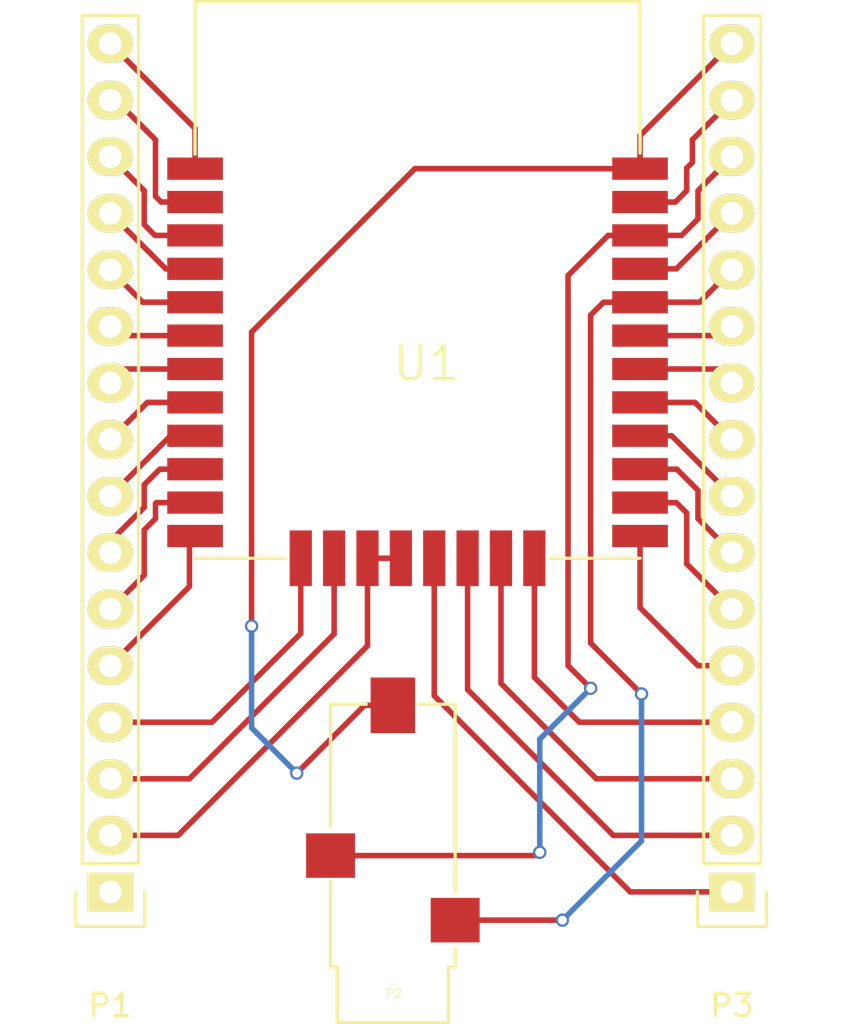
<source format=kicad_pcb>
(kicad_pcb (version 4) (host pcbnew no-vcs-found-product)

  (general
    (links 35)
    (no_connects 0)
    (area 139.671667 78.864999 177.828334 131.805)
    (thickness 1.6)
    (drawings 0)
    (tracks 126)
    (zones 0)
    (modules 4)
    (nets 33)
  )

  (page A4)
  (layers
    (0 F.Cu signal)
    (31 B.Cu signal)
    (32 B.Adhes user)
    (33 F.Adhes user)
    (34 B.Paste user)
    (35 F.Paste user)
    (36 B.SilkS user)
    (37 F.SilkS user)
    (38 B.Mask user)
    (39 F.Mask user)
    (40 Dwgs.User user)
    (41 Cmts.User user)
    (42 Eco1.User user)
    (43 Eco2.User user)
    (44 Edge.Cuts user)
    (45 Margin user)
    (46 B.CrtYd user)
    (47 F.CrtYd user)
    (48 B.Fab user)
    (49 F.Fab user)
  )

  (setup
    (last_trace_width 0.25)
    (trace_clearance 0.2)
    (zone_clearance 0.508)
    (zone_45_only no)
    (trace_min 0.2)
    (segment_width 0.2)
    (edge_width 0.1)
    (via_size 0.6)
    (via_drill 0.4)
    (via_min_size 0.4)
    (via_min_drill 0.3)
    (uvia_size 0.3)
    (uvia_drill 0.1)
    (uvias_allowed no)
    (uvia_min_size 0.2)
    (uvia_min_drill 0.1)
    (pcb_text_width 0.3)
    (pcb_text_size 1.5 1.5)
    (mod_edge_width 0.15)
    (mod_text_size 1 1)
    (mod_text_width 0.15)
    (pad_size 1.5 1.5)
    (pad_drill 0.6)
    (pad_to_mask_clearance 0)
    (aux_axis_origin 0 0)
    (visible_elements FFFFFF7F)
    (pcbplotparams
      (layerselection 0x00030_80000001)
      (usegerberextensions false)
      (excludeedgelayer true)
      (linewidth 0.600000)
      (plotframeref false)
      (viasonmask false)
      (mode 1)
      (useauxorigin false)
      (hpglpennumber 1)
      (hpglpenspeed 20)
      (hpglpendiameter 15)
      (hpglpenoverlay 2)
      (psnegative false)
      (psa4output false)
      (plotreference true)
      (plotvalue true)
      (plotinvisibletext false)
      (padsonsilk false)
      (subtractmaskfromsilk false)
      (outputformat 1)
      (mirror false)
      (drillshape 1)
      (scaleselection 1)
      (outputdirectory ""))
  )

  (net 0 "")
  (net 1 "Net-(P1-Pad1)")
  (net 2 "Net-(P1-Pad2)")
  (net 3 "Net-(P1-Pad3)")
  (net 4 "Net-(P1-Pad4)")
  (net 5 "Net-(P1-Pad5)")
  (net 6 "Net-(P1-Pad6)")
  (net 7 "Net-(P1-Pad7)")
  (net 8 "Net-(P1-Pad8)")
  (net 9 "Net-(P1-Pad9)")
  (net 10 "Net-(P1-Pad10)")
  (net 11 "Net-(P1-Pad11)")
  (net 12 "Net-(P1-Pad12)")
  (net 13 "Net-(P1-Pad13)")
  (net 14 "Net-(P1-Pad14)")
  (net 15 "Net-(P1-Pad15)")
  (net 16 "Net-(P1-Pad16)")
  (net 17 "Net-(P2-Pad5)")
  (net 18 "Net-(P2-Pad2)")
  (net 19 "Net-(P2-Pad1)")
  (net 20 "Net-(P3-Pad1)")
  (net 21 "Net-(P3-Pad2)")
  (net 22 "Net-(P3-Pad3)")
  (net 23 "Net-(P3-Pad4)")
  (net 24 "Net-(P3-Pad5)")
  (net 25 "Net-(P3-Pad6)")
  (net 26 "Net-(P3-Pad7)")
  (net 27 "Net-(P3-Pad8)")
  (net 28 "Net-(P3-Pad9)")
  (net 29 "Net-(P3-Pad10)")
  (net 30 "Net-(P3-Pad11)")
  (net 31 "Net-(P3-Pad13)")
  (net 32 "Net-(P3-Pad15)")

  (net_class Default "This is the default net class."
    (clearance 0.2)
    (trace_width 0.25)
    (via_dia 0.6)
    (via_drill 0.4)
    (uvia_dia 0.3)
    (uvia_drill 0.1)
    (add_net "Net-(P1-Pad1)")
    (add_net "Net-(P1-Pad10)")
    (add_net "Net-(P1-Pad11)")
    (add_net "Net-(P1-Pad12)")
    (add_net "Net-(P1-Pad13)")
    (add_net "Net-(P1-Pad14)")
    (add_net "Net-(P1-Pad15)")
    (add_net "Net-(P1-Pad16)")
    (add_net "Net-(P1-Pad2)")
    (add_net "Net-(P1-Pad3)")
    (add_net "Net-(P1-Pad4)")
    (add_net "Net-(P1-Pad5)")
    (add_net "Net-(P1-Pad6)")
    (add_net "Net-(P1-Pad7)")
    (add_net "Net-(P1-Pad8)")
    (add_net "Net-(P1-Pad9)")
    (add_net "Net-(P2-Pad1)")
    (add_net "Net-(P2-Pad2)")
    (add_net "Net-(P2-Pad5)")
    (add_net "Net-(P3-Pad1)")
    (add_net "Net-(P3-Pad10)")
    (add_net "Net-(P3-Pad11)")
    (add_net "Net-(P3-Pad13)")
    (add_net "Net-(P3-Pad15)")
    (add_net "Net-(P3-Pad2)")
    (add_net "Net-(P3-Pad3)")
    (add_net "Net-(P3-Pad4)")
    (add_net "Net-(P3-Pad5)")
    (add_net "Net-(P3-Pad6)")
    (add_net "Net-(P3-Pad7)")
    (add_net "Net-(P3-Pad8)")
    (add_net "Net-(P3-Pad9)")
  )

  (module Pin_Headers:Pin_Header_Straight_1x16 (layer F.Cu) (tedit 0) (tstamp 55EC7A15)
    (at 144.78 125.73 180)
    (descr "Through hole pin header")
    (tags "pin header")
    (path /55EC634B)
    (fp_text reference P1 (at 0 -5.1 180) (layer F.SilkS)
      (effects (font (size 1 1) (thickness 0.15)))
    )
    (fp_text value CONN_01X16 (at 0 -3.1 180) (layer F.Fab)
      (effects (font (size 1 1) (thickness 0.15)))
    )
    (fp_line (start -1.75 -1.75) (end -1.75 39.85) (layer F.CrtYd) (width 0.05))
    (fp_line (start 1.75 -1.75) (end 1.75 39.85) (layer F.CrtYd) (width 0.05))
    (fp_line (start -1.75 -1.75) (end 1.75 -1.75) (layer F.CrtYd) (width 0.05))
    (fp_line (start -1.75 39.85) (end 1.75 39.85) (layer F.CrtYd) (width 0.05))
    (fp_line (start -1.27 1.27) (end -1.27 39.37) (layer F.SilkS) (width 0.15))
    (fp_line (start -1.27 39.37) (end 1.27 39.37) (layer F.SilkS) (width 0.15))
    (fp_line (start 1.27 39.37) (end 1.27 1.27) (layer F.SilkS) (width 0.15))
    (fp_line (start 1.55 -1.55) (end 1.55 0) (layer F.SilkS) (width 0.15))
    (fp_line (start 1.27 1.27) (end -1.27 1.27) (layer F.SilkS) (width 0.15))
    (fp_line (start -1.55 0) (end -1.55 -1.55) (layer F.SilkS) (width 0.15))
    (fp_line (start -1.55 -1.55) (end 1.55 -1.55) (layer F.SilkS) (width 0.15))
    (pad 1 thru_hole rect (at 0 0 180) (size 2.032 1.7272) (drill 1.016) (layers *.Cu *.Mask F.SilkS)
      (net 1 "Net-(P1-Pad1)"))
    (pad 2 thru_hole oval (at 0 2.54 180) (size 2.032 1.7272) (drill 1.016) (layers *.Cu *.Mask F.SilkS)
      (net 2 "Net-(P1-Pad2)"))
    (pad 3 thru_hole oval (at 0 5.08 180) (size 2.032 1.7272) (drill 1.016) (layers *.Cu *.Mask F.SilkS)
      (net 3 "Net-(P1-Pad3)"))
    (pad 4 thru_hole oval (at 0 7.62 180) (size 2.032 1.7272) (drill 1.016) (layers *.Cu *.Mask F.SilkS)
      (net 4 "Net-(P1-Pad4)"))
    (pad 5 thru_hole oval (at 0 10.16 180) (size 2.032 1.7272) (drill 1.016) (layers *.Cu *.Mask F.SilkS)
      (net 5 "Net-(P1-Pad5)"))
    (pad 6 thru_hole oval (at 0 12.7 180) (size 2.032 1.7272) (drill 1.016) (layers *.Cu *.Mask F.SilkS)
      (net 6 "Net-(P1-Pad6)"))
    (pad 7 thru_hole oval (at 0 15.24 180) (size 2.032 1.7272) (drill 1.016) (layers *.Cu *.Mask F.SilkS)
      (net 7 "Net-(P1-Pad7)"))
    (pad 8 thru_hole oval (at 0 17.78 180) (size 2.032 1.7272) (drill 1.016) (layers *.Cu *.Mask F.SilkS)
      (net 8 "Net-(P1-Pad8)"))
    (pad 9 thru_hole oval (at 0 20.32 180) (size 2.032 1.7272) (drill 1.016) (layers *.Cu *.Mask F.SilkS)
      (net 9 "Net-(P1-Pad9)"))
    (pad 10 thru_hole oval (at 0 22.86 180) (size 2.032 1.7272) (drill 1.016) (layers *.Cu *.Mask F.SilkS)
      (net 10 "Net-(P1-Pad10)"))
    (pad 11 thru_hole oval (at 0 25.4 180) (size 2.032 1.7272) (drill 1.016) (layers *.Cu *.Mask F.SilkS)
      (net 11 "Net-(P1-Pad11)"))
    (pad 12 thru_hole oval (at 0 27.94 180) (size 2.032 1.7272) (drill 1.016) (layers *.Cu *.Mask F.SilkS)
      (net 12 "Net-(P1-Pad12)"))
    (pad 13 thru_hole oval (at 0 30.48 180) (size 2.032 1.7272) (drill 1.016) (layers *.Cu *.Mask F.SilkS)
      (net 13 "Net-(P1-Pad13)"))
    (pad 14 thru_hole oval (at 0 33.02 180) (size 2.032 1.7272) (drill 1.016) (layers *.Cu *.Mask F.SilkS)
      (net 14 "Net-(P1-Pad14)"))
    (pad 15 thru_hole oval (at 0 35.56 180) (size 2.032 1.7272) (drill 1.016) (layers *.Cu *.Mask F.SilkS)
      (net 15 "Net-(P1-Pad15)"))
    (pad 16 thru_hole oval (at 0 38.1 180) (size 2.032 1.7272) (drill 1.016) (layers *.Cu *.Mask F.SilkS)
      (net 16 "Net-(P1-Pad16)"))
    (model Pin_Headers.3dshapes/Pin_Header_Straight_1x16.wrl
      (at (xyz 0 -0.75 0))
      (scale (xyz 1 1 1))
      (rotate (xyz 0 0 90))
    )
  )

  (module jacks:3.5mm_stereo_jack_PJ3026 (layer F.Cu) (tedit 55784D3B) (tstamp 55EC7A1E)
    (at 157.48 127 180)
    (path /55EC6792)
    (fp_text reference P2 (at -0.05 -3.3 180) (layer F.SilkS)
      (effects (font (size 0.39878 0.39878) (thickness 0.0508)))
    )
    (fp_text value CONN_01X05 (at -1.9 5.6 270) (layer F.SilkS) hide
      (effects (font (thickness 0.3048)))
    )
    (fp_line (start -2.8 1.25) (end -2.8 9.7) (layer F.SilkS) (width 0.15))
    (fp_line (start -2.8 9.7) (end -1.2 9.7) (layer F.SilkS) (width 0.15))
    (fp_line (start 2.8 1.75) (end 2.8 -2.1) (layer F.SilkS) (width 0.15))
    (fp_line (start 2.8 -2.1) (end 2.5 -2.1) (layer F.SilkS) (width 0.15))
    (fp_line (start 2.5 -2.1) (end 2.5 -4.6) (layer F.SilkS) (width 0.15))
    (fp_line (start 2.5 -4.6) (end -2.5 -4.6) (layer F.SilkS) (width 0.15))
    (fp_line (start -2.5 -4.6) (end -2.5 -2.1) (layer F.SilkS) (width 0.15))
    (fp_line (start -2.5 -2.1) (end -2.8 -2.1) (layer F.SilkS) (width 0.15))
    (fp_line (start -2.8 -2.1) (end -2.8 -1.25) (layer F.SilkS) (width 0.15))
    (fp_line (start 1.2 9.7) (end 2.8 9.7) (layer F.SilkS) (width 0.15))
    (fp_line (start 2.8 9.7) (end 2.8 4.2) (layer F.SilkS) (width 0.15))
    (pad "" np_thru_hole circle (at 0 6.6 180) (size 1.2 1.2) (drill 1.2) (layers *.Cu *.Mask F.SilkS))
    (pad 5 smd rect (at 0 9.65 180) (size 2 2.5) (layers F.Cu F.Paste F.Mask)
      (net 17 "Net-(P2-Pad5)"))
    (pad 2 smd rect (at 2.8 2.9 180) (size 2.2 2) (layers F.Cu F.Paste F.Mask)
      (net 18 "Net-(P2-Pad2)"))
    (pad 1 smd rect (at -2.8 0 180) (size 2.2 2) (layers F.Cu F.Paste F.Mask)
      (net 19 "Net-(P2-Pad1)"))
    (pad "" np_thru_hole circle (at 0 -0.4 180) (size 1.2 1.2) (drill 1.2) (layers *.Cu *.Mask F.SilkS))
  )

  (module Pin_Headers:Pin_Header_Straight_1x16 (layer F.Cu) (tedit 0) (tstamp 55EC7A32)
    (at 172.72 125.73 180)
    (descr "Through hole pin header")
    (tags "pin header")
    (path /55EC639E)
    (fp_text reference P3 (at 0 -5.1 180) (layer F.SilkS)
      (effects (font (size 1 1) (thickness 0.15)))
    )
    (fp_text value CONN_01X16 (at 0 -3.1 180) (layer F.Fab)
      (effects (font (size 1 1) (thickness 0.15)))
    )
    (fp_line (start -1.75 -1.75) (end -1.75 39.85) (layer F.CrtYd) (width 0.05))
    (fp_line (start 1.75 -1.75) (end 1.75 39.85) (layer F.CrtYd) (width 0.05))
    (fp_line (start -1.75 -1.75) (end 1.75 -1.75) (layer F.CrtYd) (width 0.05))
    (fp_line (start -1.75 39.85) (end 1.75 39.85) (layer F.CrtYd) (width 0.05))
    (fp_line (start -1.27 1.27) (end -1.27 39.37) (layer F.SilkS) (width 0.15))
    (fp_line (start -1.27 39.37) (end 1.27 39.37) (layer F.SilkS) (width 0.15))
    (fp_line (start 1.27 39.37) (end 1.27 1.27) (layer F.SilkS) (width 0.15))
    (fp_line (start 1.55 -1.55) (end 1.55 0) (layer F.SilkS) (width 0.15))
    (fp_line (start 1.27 1.27) (end -1.27 1.27) (layer F.SilkS) (width 0.15))
    (fp_line (start -1.55 0) (end -1.55 -1.55) (layer F.SilkS) (width 0.15))
    (fp_line (start -1.55 -1.55) (end 1.55 -1.55) (layer F.SilkS) (width 0.15))
    (pad 1 thru_hole rect (at 0 0 180) (size 2.032 1.7272) (drill 1.016) (layers *.Cu *.Mask F.SilkS)
      (net 20 "Net-(P3-Pad1)"))
    (pad 2 thru_hole oval (at 0 2.54 180) (size 2.032 1.7272) (drill 1.016) (layers *.Cu *.Mask F.SilkS)
      (net 21 "Net-(P3-Pad2)"))
    (pad 3 thru_hole oval (at 0 5.08 180) (size 2.032 1.7272) (drill 1.016) (layers *.Cu *.Mask F.SilkS)
      (net 22 "Net-(P3-Pad3)"))
    (pad 4 thru_hole oval (at 0 7.62 180) (size 2.032 1.7272) (drill 1.016) (layers *.Cu *.Mask F.SilkS)
      (net 23 "Net-(P3-Pad4)"))
    (pad 5 thru_hole oval (at 0 10.16 180) (size 2.032 1.7272) (drill 1.016) (layers *.Cu *.Mask F.SilkS)
      (net 24 "Net-(P3-Pad5)"))
    (pad 6 thru_hole oval (at 0 12.7 180) (size 2.032 1.7272) (drill 1.016) (layers *.Cu *.Mask F.SilkS)
      (net 25 "Net-(P3-Pad6)"))
    (pad 7 thru_hole oval (at 0 15.24 180) (size 2.032 1.7272) (drill 1.016) (layers *.Cu *.Mask F.SilkS)
      (net 26 "Net-(P3-Pad7)"))
    (pad 8 thru_hole oval (at 0 17.78 180) (size 2.032 1.7272) (drill 1.016) (layers *.Cu *.Mask F.SilkS)
      (net 27 "Net-(P3-Pad8)"))
    (pad 9 thru_hole oval (at 0 20.32 180) (size 2.032 1.7272) (drill 1.016) (layers *.Cu *.Mask F.SilkS)
      (net 28 "Net-(P3-Pad9)"))
    (pad 10 thru_hole oval (at 0 22.86 180) (size 2.032 1.7272) (drill 1.016) (layers *.Cu *.Mask F.SilkS)
      (net 29 "Net-(P3-Pad10)"))
    (pad 11 thru_hole oval (at 0 25.4 180) (size 2.032 1.7272) (drill 1.016) (layers *.Cu *.Mask F.SilkS)
      (net 30 "Net-(P3-Pad11)"))
    (pad 12 thru_hole oval (at 0 27.94 180) (size 2.032 1.7272) (drill 1.016) (layers *.Cu *.Mask F.SilkS)
      (net 19 "Net-(P2-Pad1)"))
    (pad 13 thru_hole oval (at 0 30.48 180) (size 2.032 1.7272) (drill 1.016) (layers *.Cu *.Mask F.SilkS)
      (net 31 "Net-(P3-Pad13)"))
    (pad 14 thru_hole oval (at 0 33.02 180) (size 2.032 1.7272) (drill 1.016) (layers *.Cu *.Mask F.SilkS)
      (net 18 "Net-(P2-Pad2)"))
    (pad 15 thru_hole oval (at 0 35.56 180) (size 2.032 1.7272) (drill 1.016) (layers *.Cu *.Mask F.SilkS)
      (net 32 "Net-(P3-Pad15)"))
    (pad 16 thru_hole oval (at 0 38.1 180) (size 2.032 1.7272) (drill 1.016) (layers *.Cu *.Mask F.SilkS)
      (net 17 "Net-(P2-Pad5)"))
    (model Pin_Headers.3dshapes/Pin_Header_Straight_1x16.wrl
      (at (xyz 0 -0.75 0))
      (scale (xyz 1 1 1))
      (rotate (xyz 0 0 90))
    )
  )

  (module modules:MB-CM15113 (layer F.Cu) (tedit 5576D1BE) (tstamp 55EC7A56)
    (at 148.59 110.744)
    (path /55EC62E4)
    (fp_text reference U1 (at 10.4 -8.75) (layer F.SilkS)
      (effects (font (size 1.5 1.5) (thickness 0.15)))
    )
    (fp_text value MB-CM15113 (at 10 -13.45) (layer F.Fab)
      (effects (font (size 1.5 1.5) (thickness 0.15)))
    )
    (fp_line (start 20 -18.2) (end 20 -25) (layer F.SilkS) (width 0.15))
    (fp_line (start 20 -25) (end 0 -25) (layer F.SilkS) (width 0.15))
    (fp_line (start 0 -25) (end 0 -18.15) (layer F.SilkS) (width 0.15))
    (fp_line (start 20 0) (end 15.95 0) (layer F.SilkS) (width 0.15))
    (fp_line (start 0 0) (end 4.05 0) (layer F.SilkS) (width 0.15))
    (pad 1 smd rect (at 0 -17.5) (size 2.5 1) (layers F.Cu F.Paste F.Mask)
      (net 16 "Net-(P1-Pad16)"))
    (pad 2 smd rect (at 0 -16) (size 2.5 1) (layers F.Cu F.Paste F.Mask)
      (net 15 "Net-(P1-Pad15)"))
    (pad 3 smd rect (at 0 -14.5) (size 2.5 1) (layers F.Cu F.Paste F.Mask)
      (net 14 "Net-(P1-Pad14)"))
    (pad 4 smd rect (at 0 -13) (size 2.5 1) (layers F.Cu F.Paste F.Mask)
      (net 13 "Net-(P1-Pad13)"))
    (pad 5 smd rect (at 0 -11.5) (size 2.5 1) (layers F.Cu F.Paste F.Mask)
      (net 12 "Net-(P1-Pad12)"))
    (pad 6 smd rect (at 0 -10) (size 2.5 1) (layers F.Cu F.Paste F.Mask)
      (net 11 "Net-(P1-Pad11)"))
    (pad 7 smd rect (at 0 -8.5) (size 2.5 1) (layers F.Cu F.Paste F.Mask)
      (net 10 "Net-(P1-Pad10)"))
    (pad 8 smd rect (at 0 -7) (size 2.5 1) (layers F.Cu F.Paste F.Mask)
      (net 9 "Net-(P1-Pad9)"))
    (pad 9 smd rect (at 0 -5.5) (size 2.5 1) (layers F.Cu F.Paste F.Mask)
      (net 8 "Net-(P1-Pad8)"))
    (pad 10 smd rect (at 0 -4) (size 2.5 1) (layers F.Cu F.Paste F.Mask)
      (net 7 "Net-(P1-Pad7)"))
    (pad 11 smd rect (at 0 -2.5) (size 2.5 1) (layers F.Cu F.Paste F.Mask)
      (net 6 "Net-(P1-Pad6)"))
    (pad 12 smd rect (at 0 -1) (size 2.5 1) (layers F.Cu F.Paste F.Mask)
      (net 5 "Net-(P1-Pad5)"))
    (pad 13 smd rect (at 4.75 0) (size 1 2.5) (layers F.Cu F.Paste F.Mask)
      (net 4 "Net-(P1-Pad4)"))
    (pad 14 smd rect (at 6.25 0) (size 1 2.5) (layers F.Cu F.Paste F.Mask)
      (net 3 "Net-(P1-Pad3)"))
    (pad 15 smd rect (at 7.75 0) (size 1 2.5) (layers F.Cu F.Paste F.Mask)
      (net 2 "Net-(P1-Pad2)"))
    (pad 15 smd rect (at 9.25 0) (size 1 2.5) (layers F.Cu F.Paste F.Mask)
      (net 2 "Net-(P1-Pad2)"))
    (pad 17 smd rect (at 10.75 0) (size 1 2.5) (layers F.Cu F.Paste F.Mask)
      (net 20 "Net-(P3-Pad1)"))
    (pad 18 smd rect (at 12.25 0) (size 1 2.5) (layers F.Cu F.Paste F.Mask)
      (net 21 "Net-(P3-Pad2)"))
    (pad 19 smd rect (at 13.75 0) (size 1 2.5) (layers F.Cu F.Paste F.Mask)
      (net 22 "Net-(P3-Pad3)"))
    (pad 20 smd rect (at 15.25 0) (size 1 2.5) (layers F.Cu F.Paste F.Mask)
      (net 23 "Net-(P3-Pad4)"))
    (pad 32 smd rect (at 20 -17.5) (size 2.5 1) (layers F.Cu F.Paste F.Mask)
      (net 17 "Net-(P2-Pad5)"))
    (pad 31 smd rect (at 20 -16) (size 2.5 1) (layers F.Cu F.Paste F.Mask)
      (net 32 "Net-(P3-Pad15)"))
    (pad 30 smd rect (at 20 -14.5) (size 2.5 1) (layers F.Cu F.Paste F.Mask)
      (net 18 "Net-(P2-Pad2)"))
    (pad 29 smd rect (at 20 -13) (size 2.5 1) (layers F.Cu F.Paste F.Mask)
      (net 31 "Net-(P3-Pad13)"))
    (pad 28 smd rect (at 20 -11.5) (size 2.5 1) (layers F.Cu F.Paste F.Mask)
      (net 19 "Net-(P2-Pad1)"))
    (pad 27 smd rect (at 20 -10) (size 2.5 1) (layers F.Cu F.Paste F.Mask)
      (net 30 "Net-(P3-Pad11)"))
    (pad 26 smd rect (at 20 -8.5) (size 2.5 1) (layers F.Cu F.Paste F.Mask)
      (net 29 "Net-(P3-Pad10)"))
    (pad 25 smd rect (at 20 -7) (size 2.5 1) (layers F.Cu F.Paste F.Mask)
      (net 28 "Net-(P3-Pad9)"))
    (pad 24 smd rect (at 20 -5.5) (size 2.5 1) (layers F.Cu F.Paste F.Mask)
      (net 27 "Net-(P3-Pad8)"))
    (pad 23 smd rect (at 20 -4) (size 2.5 1) (layers F.Cu F.Paste F.Mask)
      (net 26 "Net-(P3-Pad7)"))
    (pad 22 smd rect (at 20 -2.5) (size 2.5 1) (layers F.Cu F.Paste F.Mask)
      (net 25 "Net-(P3-Pad6)"))
    (pad 21 smd rect (at 20 -1) (size 2.5 1) (layers F.Cu F.Paste F.Mask)
      (net 24 "Net-(P3-Pad5)"))
  )

  (segment (start 144.78 123.19) (end 147.828 123.19) (width 0.25) (layer F.Cu) (net 2) (status 400000))
  (segment (start 156.34 114.678) (end 156.34 110.744) (width 0.25) (layer F.Cu) (net 2) (tstamp 55ECB982) (status 800000))
  (segment (start 147.828 123.19) (end 156.34 114.678) (width 0.25) (layer F.Cu) (net 2) (tstamp 55ECB97F))
  (segment (start 157.84 110.744) (end 157.48 110.744) (width 0.25) (layer F.Cu) (net 2))
  (segment (start 157.48 110.744) (end 156.34 110.744) (width 0.25) (layer F.Cu) (net 2) (tstamp 55ECB752))
  (segment (start 154.84 110.744) (end 154.84 114.146) (width 0.25) (layer F.Cu) (net 3) (status 400000))
  (segment (start 148.336 120.65) (end 144.78 120.65) (width 0.25) (layer F.Cu) (net 3) (tstamp 55ECB988) (status 800000))
  (segment (start 154.84 114.146) (end 148.336 120.65) (width 0.25) (layer F.Cu) (net 3) (tstamp 55ECB986))
  (segment (start 144.78 118.11) (end 149.352 118.11) (width 0.25) (layer F.Cu) (net 4) (status 400000))
  (segment (start 153.34 114.122) (end 153.34 110.744) (width 0.25) (layer F.Cu) (net 4) (tstamp 55ECB98E) (status 800000))
  (segment (start 149.352 118.11) (end 153.34 114.122) (width 0.25) (layer F.Cu) (net 4) (tstamp 55ECB98C))
  (segment (start 144.78 118.11) (end 145.034 118.11) (width 0.25) (layer F.Cu) (net 4))
  (segment (start 144.78 115.57) (end 148.336 112.014) (width 0.25) (layer F.Cu) (net 5))
  (segment (start 148.336 112.014) (end 148.336 109.998) (width 0.25) (layer F.Cu) (net 5) (tstamp 55ECB726))
  (segment (start 148.336 109.998) (end 148.59 109.744) (width 0.25) (layer F.Cu) (net 5) (tstamp 55ECB727))
  (segment (start 148.59 108.244) (end 146.852 108.244) (width 0.25) (layer F.Cu) (net 6))
  (segment (start 146.304 111.506) (end 144.78 113.03) (width 0.25) (layer F.Cu) (net 6) (tstamp 55ECB722))
  (segment (start 146.304 109.474) (end 146.304 111.506) (width 0.25) (layer F.Cu) (net 6) (tstamp 55ECB721))
  (segment (start 146.812 108.966) (end 146.304 109.474) (width 0.25) (layer F.Cu) (net 6) (tstamp 55ECB720))
  (segment (start 146.812 108.284) (end 146.812 108.966) (width 0.25) (layer F.Cu) (net 6) (tstamp 55ECB71F))
  (segment (start 146.852 108.244) (end 146.812 108.284) (width 0.25) (layer F.Cu) (net 6) (tstamp 55ECB71E))
  (segment (start 148.59 106.744) (end 147.002 106.744) (width 0.25) (layer F.Cu) (net 7))
  (segment (start 146.304 108.458) (end 144.78 109.982) (width 0.25) (layer F.Cu) (net 7) (tstamp 55ECB719))
  (segment (start 146.304 107.442) (end 146.304 108.458) (width 0.25) (layer F.Cu) (net 7) (tstamp 55ECB718))
  (segment (start 147.002 106.744) (end 146.304 107.442) (width 0.25) (layer F.Cu) (net 7) (tstamp 55ECB717))
  (segment (start 144.78 109.982) (end 144.78 110.49) (width 0.25) (layer F.Cu) (net 7) (tstamp 55ECB71B))
  (segment (start 148.59 105.244) (end 147.486 105.244) (width 0.25) (layer F.Cu) (net 8))
  (segment (start 147.486 105.244) (end 144.78 107.95) (width 0.25) (layer F.Cu) (net 8) (tstamp 55ECB713))
  (segment (start 148.59 103.744) (end 146.446 103.744) (width 0.25) (layer F.Cu) (net 9))
  (segment (start 146.446 103.744) (end 144.78 105.41) (width 0.25) (layer F.Cu) (net 9) (tstamp 55ECB70F))
  (segment (start 148.59 102.244) (end 145.406 102.244) (width 0.25) (layer F.Cu) (net 10))
  (segment (start 145.406 102.244) (end 144.78 102.87) (width 0.25) (layer F.Cu) (net 10) (tstamp 55ECB70C))
  (segment (start 148.59 100.744) (end 145.194 100.744) (width 0.25) (layer F.Cu) (net 11))
  (segment (start 145.194 100.744) (end 144.78 100.33) (width 0.25) (layer F.Cu) (net 11) (tstamp 55ECB708))
  (segment (start 148.59 99.244) (end 146.234 99.244) (width 0.25) (layer F.Cu) (net 12))
  (segment (start 146.234 99.244) (end 144.78 97.79) (width 0.25) (layer F.Cu) (net 12) (tstamp 55ECB72A))
  (segment (start 148.59 97.744) (end 147.274 97.744) (width 0.25) (layer F.Cu) (net 13))
  (segment (start 147.274 97.744) (end 144.78 95.25) (width 0.25) (layer F.Cu) (net 13) (tstamp 55ECB72E))
  (segment (start 148.59 96.244) (end 146.79 96.244) (width 0.25) (layer F.Cu) (net 14))
  (segment (start 146.304 94.234) (end 144.78 92.71) (width 0.25) (layer F.Cu) (net 14) (tstamp 55ECB734))
  (segment (start 146.304 95.758) (end 146.304 94.234) (width 0.25) (layer F.Cu) (net 14) (tstamp 55ECB733))
  (segment (start 146.79 96.244) (end 146.304 95.758) (width 0.25) (layer F.Cu) (net 14) (tstamp 55ECB732))
  (segment (start 148.59 94.744) (end 147.068 94.744) (width 0.25) (layer F.Cu) (net 15))
  (segment (start 146.812 91.948) (end 145.034 90.17) (width 0.25) (layer F.Cu) (net 15) (tstamp 55ECB73A))
  (segment (start 146.812 94.488) (end 146.812 91.948) (width 0.25) (layer F.Cu) (net 15) (tstamp 55ECB739))
  (segment (start 147.068 94.744) (end 146.812 94.488) (width 0.25) (layer F.Cu) (net 15) (tstamp 55ECB738))
  (segment (start 145.034 90.17) (end 144.78 90.17) (width 0.25) (layer F.Cu) (net 15) (tstamp 55ECB73B))
  (segment (start 148.59 93.244) (end 148.59 91.44) (width 0.25) (layer F.Cu) (net 16))
  (segment (start 148.59 91.44) (end 144.78 87.63) (width 0.25) (layer F.Cu) (net 16) (tstamp 55ECB73E))
  (segment (start 157.48 117.35) (end 156.208 117.35) (width 0.25) (layer F.Cu) (net 17) (status 400000))
  (segment (start 158.47 93.244) (end 168.59 93.244) (width 0.25) (layer F.Cu) (net 17) (tstamp 55ECB9A4) (status 800000))
  (segment (start 151.13 100.584) (end 158.47 93.244) (width 0.25) (layer F.Cu) (net 17) (tstamp 55ECB9A3))
  (segment (start 151.13 113.792) (end 151.13 100.584) (width 0.25) (layer F.Cu) (net 17) (tstamp 55ECB9A2))
  (via (at 151.13 113.792) (size 0.6) (drill 0.4) (layers F.Cu B.Cu) (net 17))
  (segment (start 151.13 118.364) (end 151.13 113.792) (width 0.25) (layer B.Cu) (net 17) (tstamp 55ECB99F))
  (segment (start 153.162 120.396) (end 151.13 118.364) (width 0.25) (layer B.Cu) (net 17) (tstamp 55ECB99E))
  (via (at 153.162 120.396) (size 0.6) (drill 0.4) (layers F.Cu B.Cu) (net 17))
  (segment (start 156.208 117.35) (end 153.162 120.396) (width 0.25) (layer F.Cu) (net 17) (tstamp 55ECB993))
  (segment (start 168.59 93.244) (end 168.59 91.76) (width 0.25) (layer F.Cu) (net 17))
  (segment (start 168.59 91.76) (end 172.72 87.63) (width 0.25) (layer F.Cu) (net 17) (tstamp 55ECB772))
  (segment (start 168.59 96.244) (end 167.154 96.244) (width 0.25) (layer F.Cu) (net 18) (status 400000))
  (segment (start 163.936 124.1) (end 154.68 124.1) (width 0.25) (layer F.Cu) (net 18) (tstamp 55ECB97A) (status 800000))
  (segment (start 164.084 123.952) (end 163.936 124.1) (width 0.25) (layer F.Cu) (net 18) (tstamp 55ECB979))
  (via (at 164.084 123.952) (size 0.6) (drill 0.4) (layers F.Cu B.Cu) (net 18))
  (segment (start 164.084 118.872) (end 164.084 123.952) (width 0.25) (layer B.Cu) (net 18) (tstamp 55ECB96D))
  (segment (start 166.37 116.586) (end 164.084 118.872) (width 0.25) (layer B.Cu) (net 18) (tstamp 55ECB96C))
  (via (at 166.37 116.586) (size 0.6) (drill 0.4) (layers F.Cu B.Cu) (net 18))
  (segment (start 165.354 115.57) (end 166.37 116.586) (width 0.25) (layer F.Cu) (net 18) (tstamp 55ECB966))
  (segment (start 165.354 98.044) (end 165.354 115.57) (width 0.25) (layer F.Cu) (net 18) (tstamp 55ECB963))
  (segment (start 167.154 96.244) (end 165.354 98.044) (width 0.25) (layer F.Cu) (net 18) (tstamp 55ECB95F))
  (segment (start 168.59 96.244) (end 170.456 96.244) (width 0.25) (layer F.Cu) (net 18))
  (segment (start 171.196 94.234) (end 172.72 92.71) (width 0.25) (layer F.Cu) (net 18) (tstamp 55ECB766))
  (segment (start 171.196 95.504) (end 171.196 94.234) (width 0.25) (layer F.Cu) (net 18) (tstamp 55ECB765))
  (segment (start 170.456 96.244) (end 171.196 95.504) (width 0.25) (layer F.Cu) (net 18) (tstamp 55ECB764))
  (segment (start 168.656 116.84) (end 166.37 114.554) (width 0.25) (layer F.Cu) (net 19))
  (segment (start 166.37 99.822) (end 166.948 99.244) (width 0.25) (layer F.Cu) (net 19) (tstamp 55ECB94F))
  (segment (start 166.37 114.554) (end 166.37 99.822) (width 0.25) (layer F.Cu) (net 19) (tstamp 55ECB949))
  (segment (start 160.28 127) (end 165.1 127) (width 0.25) (layer F.Cu) (net 19) (status 400000))
  (segment (start 166.948 99.244) (end 168.59 99.244) (width 0.25) (layer F.Cu) (net 19) (tstamp 55ECB938) (status 800000))
  (via (at 168.656 116.84) (size 0.6) (drill 0.4) (layers F.Cu B.Cu) (net 19))
  (segment (start 168.656 123.444) (end 168.656 116.84) (width 0.25) (layer B.Cu) (net 19) (tstamp 55ECB932))
  (segment (start 165.1 127) (end 168.656 123.444) (width 0.25) (layer B.Cu) (net 19) (tstamp 55ECB931))
  (via (at 165.1 127) (size 0.6) (drill 0.4) (layers F.Cu B.Cu) (net 19))
  (segment (start 168.59 99.244) (end 171.266 99.244) (width 0.25) (layer F.Cu) (net 19))
  (segment (start 171.266 99.244) (end 172.72 97.79) (width 0.25) (layer F.Cu) (net 19) (tstamp 55ECB75C))
  (segment (start 172.72 125.73) (end 168.148 125.73) (width 0.25) (layer F.Cu) (net 20) (status 400000))
  (segment (start 159.34 116.922) (end 159.34 110.744) (width 0.25) (layer F.Cu) (net 20) (tstamp 55ECB92B) (status 800000))
  (segment (start 168.148 125.73) (end 159.34 116.922) (width 0.25) (layer F.Cu) (net 20) (tstamp 55ECB929))
  (segment (start 160.84 110.744) (end 160.84 116.644) (width 0.25) (layer F.Cu) (net 21) (status 400000))
  (segment (start 167.386 123.19) (end 172.72 123.19) (width 0.25) (layer F.Cu) (net 21) (tstamp 55ECB925) (status 800000))
  (segment (start 160.84 116.644) (end 167.386 123.19) (width 0.25) (layer F.Cu) (net 21) (tstamp 55ECB923))
  (segment (start 172.72 120.65) (end 166.624 120.65) (width 0.25) (layer F.Cu) (net 22) (status 400000))
  (segment (start 162.34 116.366) (end 162.34 110.744) (width 0.25) (layer F.Cu) (net 22) (tstamp 55ECB91F) (status 800000))
  (segment (start 166.624 120.65) (end 162.34 116.366) (width 0.25) (layer F.Cu) (net 22) (tstamp 55ECB91D))
  (segment (start 162.306 110.778) (end 162.34 110.744) (width 0.25) (layer F.Cu) (net 22) (tstamp 55ECB79A))
  (segment (start 163.84 110.744) (end 163.84 116.088) (width 0.25) (layer F.Cu) (net 23) (status 400000))
  (segment (start 165.862 118.11) (end 172.72 118.11) (width 0.25) (layer F.Cu) (net 23) (tstamp 55ECB919) (status 800000))
  (segment (start 163.84 116.088) (end 165.862 118.11) (width 0.25) (layer F.Cu) (net 23) (tstamp 55ECB917))
  (segment (start 163.84 110.744) (end 163.84 111.008) (width 0.25) (layer F.Cu) (net 23))
  (segment (start 168.59 109.744) (end 168.59 112.964) (width 0.25) (layer F.Cu) (net 24))
  (segment (start 171.196 115.57) (end 172.72 115.57) (width 0.25) (layer F.Cu) (net 24) (tstamp 55ECB78C))
  (segment (start 168.59 112.964) (end 171.196 115.57) (width 0.25) (layer F.Cu) (net 24) (tstamp 55ECB78A))
  (segment (start 168.59 108.244) (end 170.22 108.244) (width 0.25) (layer F.Cu) (net 25))
  (segment (start 170.688 110.998) (end 172.72 113.03) (width 0.25) (layer F.Cu) (net 25) (tstamp 55ECB786))
  (segment (start 170.688 108.712) (end 170.688 110.998) (width 0.25) (layer F.Cu) (net 25) (tstamp 55ECB785))
  (segment (start 170.22 108.244) (end 170.688 108.712) (width 0.25) (layer F.Cu) (net 25) (tstamp 55ECB784))
  (segment (start 168.59 106.744) (end 170.244 106.744) (width 0.25) (layer F.Cu) (net 26))
  (segment (start 171.196 108.966) (end 172.72 110.49) (width 0.25) (layer F.Cu) (net 26) (tstamp 55ECB780))
  (segment (start 171.196 107.696) (end 171.196 108.966) (width 0.25) (layer F.Cu) (net 26) (tstamp 55ECB77F))
  (segment (start 170.244 106.744) (end 171.196 107.696) (width 0.25) (layer F.Cu) (net 26) (tstamp 55ECB77E))
  (segment (start 168.59 105.244) (end 170.014 105.244) (width 0.25) (layer F.Cu) (net 27))
  (segment (start 170.014 105.244) (end 172.72 107.95) (width 0.25) (layer F.Cu) (net 27) (tstamp 55ECB77A))
  (segment (start 168.59 103.744) (end 171.054 103.744) (width 0.25) (layer F.Cu) (net 28))
  (segment (start 171.054 103.744) (end 172.72 105.41) (width 0.25) (layer F.Cu) (net 28) (tstamp 55ECB776))
  (segment (start 168.59 102.244) (end 172.094 102.244) (width 0.25) (layer F.Cu) (net 29))
  (segment (start 172.094 102.244) (end 172.72 102.87) (width 0.25) (layer F.Cu) (net 29) (tstamp 55ECB756))
  (segment (start 168.59 100.744) (end 172.306 100.744) (width 0.25) (layer F.Cu) (net 30))
  (segment (start 172.306 100.744) (end 172.72 100.33) (width 0.25) (layer F.Cu) (net 30) (tstamp 55ECB759))
  (segment (start 168.59 97.744) (end 170.226 97.744) (width 0.25) (layer F.Cu) (net 31))
  (segment (start 170.226 97.744) (end 172.72 95.25) (width 0.25) (layer F.Cu) (net 31) (tstamp 55ECB760))
  (segment (start 168.59 94.744) (end 170.178 94.744) (width 0.25) (layer F.Cu) (net 32))
  (segment (start 170.942 91.948) (end 172.72 90.17) (width 0.25) (layer F.Cu) (net 32) (tstamp 55ECB76E))
  (segment (start 170.942 92.964) (end 170.942 91.948) (width 0.25) (layer F.Cu) (net 32) (tstamp 55ECB76D))
  (segment (start 170.688 93.218) (end 170.942 92.964) (width 0.25) (layer F.Cu) (net 32) (tstamp 55ECB76C))
  (segment (start 170.688 94.234) (end 170.688 93.218) (width 0.25) (layer F.Cu) (net 32) (tstamp 55ECB76B))
  (segment (start 170.178 94.744) (end 170.688 94.234) (width 0.25) (layer F.Cu) (net 32) (tstamp 55ECB76A))

)

</source>
